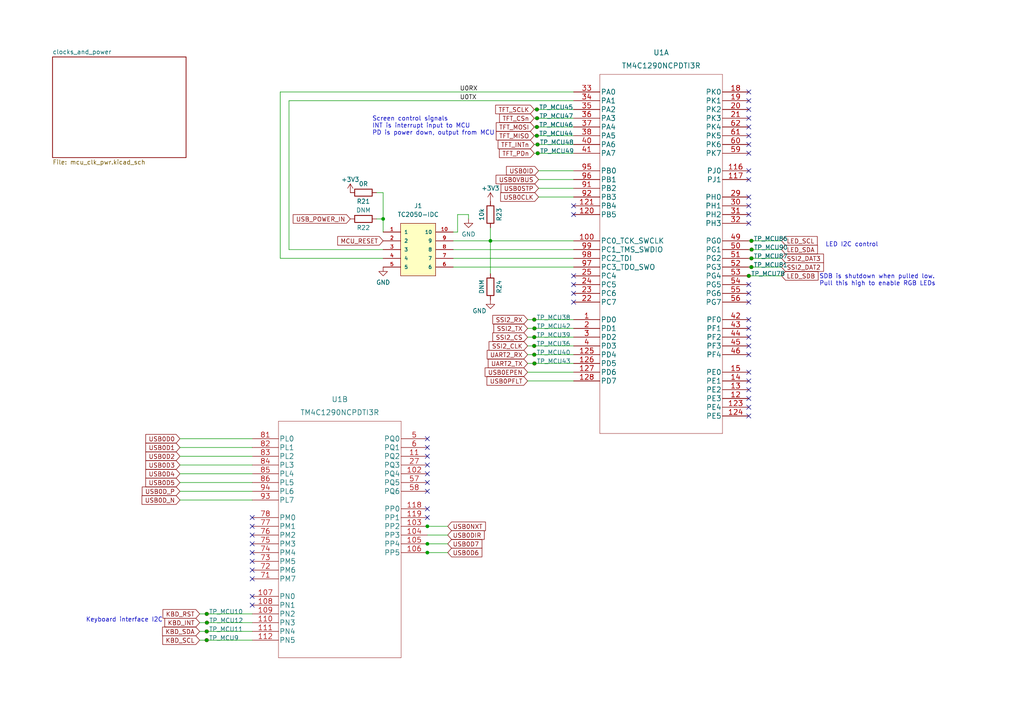
<source format=kicad_sch>
(kicad_sch (version 20211123) (generator eeschema)
  (paper "A4")
  (lib_symbols
    (symbol "Connector:TestPoint_Small" (pin_numbers hide) (pin_names (offset 0.762) hide)
      (property "Reference" "TP" (at 0 3.81 0))
      (property "Value" "TestPoint_Small" (at 0 2.032 0))
      (symbol "TestPoint_Small_0_1"
        (circle (center 0 0) (radius 0.508))
      )
      (symbol "TestPoint_Small_1_1"
        (pin passive line (at 0 0 90) (length 0) (name "1") (number "1"))
      )
    )
    (symbol "Device:R" (pin_numbers hide) (pin_names (offset 0))
      (property "Reference" "R" (at 2.032 0 90))
      (property "Value" "R" (at 0 0 90))
      (symbol "R_0_1"
        (rectangle (start -1.016 -2.54) (end 1.016 2.54) (stroke (width 0.254)))
      )
      (symbol "R_1_1"
        (pin passive line (at 0 3.81 270) (length 1.27) (name "~") (number "1"))
        (pin passive line (at 0 -3.81 90) (length 1.27) (name "~") (number "2"))
      )
    )
    (symbol "TC2050-IDC:TC2050-IDC" (pin_names (offset 1.016))
      (property "Reference" "J" (at -5.08 8.382 0))
      (property "Value" "TC2050-IDC" (at -5.08 -10.16 0))
      (symbol "TC2050-IDC_0_0"
        (rectangle (start -5.08 -7.62) (end 5.08 7.62) (stroke (width 0.1524)) (fill (type background)))
        (pin passive line (at -10.16 5.08 0) (length 5.08) (name "1") (number "1"))
        (pin passive line (at 10.16 5.08 180) (length 5.08) (name "10") (number "10"))
        (pin passive line (at -10.16 2.54 0) (length 5.08) (name "2") (number "2"))
        (pin passive line (at -10.16 0 0) (length 5.08) (name "3") (number "3"))
        (pin passive line (at -10.16 -2.54 0) (length 5.08) (name "4") (number "4"))
        (pin passive line (at -10.16 -5.08 0) (length 5.08) (name "5") (number "5"))
        (pin passive line (at 10.16 -5.08 180) (length 5.08) (name "6") (number "6"))
        (pin passive line (at 10.16 -2.54 180) (length 5.08) (name "7") (number "7"))
        (pin passive line (at 10.16 0 180) (length 5.08) (name "8") (number "8"))
        (pin passive line (at 10.16 2.54 180) (length 5.08) (name "9") (number "9"))
      )
    )
    (symbol "power:+3V3" (power) (pin_names (offset 0))
      (property "Value" "+3V3" (at 0 3.556 0))
      (symbol "+3V3_0_1"
        (polyline (pts (xy -0.762 1.27) (xy 0 2.54)))
        (polyline (pts (xy 0 0) (xy 0 2.54)))
        (polyline (pts (xy 0 2.54) (xy 0.762 1.27)))
      )
      (symbol "+3V3_1_1"
        (pin power_in line (at 0 0 90) (length 0) hide (name "+3V3") (number "1"))
      )
    )
    (symbol "power:GND" (power) (pin_names (offset 0))
      (property "Value" "GND" (at 0 -3.81 0))
      (symbol "GND_0_1"
        (polyline (pts (xy 0 0) (xy 0 -1.27) (xy 1.27 -1.27) (xy 0 -2.54) (xy -1.27 -1.27) (xy 0 -1.27)))
      )
      (symbol "GND_1_1"
        (pin power_in line (at 0 0 270) (length 0) hide (name "GND") (number "1"))
      )
    )
    (symbol "ul_TM4C1290NCPDTI3R:TM4C1290NCPDTI3R" (pin_names (offset 0.254))
      (property "Reference" "U" (at 0 2.54 0))
      (property "Value" "TM4C1290NCPDTI3R" (at 0 0 0))
      (symbol "TM4C1290NCPDTI3R_1_1"
        (polyline (pts (xy -17.78 -50.8) (xy 17.78 -50.8)) (stroke (width 0.1016)))
        (polyline (pts (xy -17.78 53.34) (xy -17.78 -50.8)) (stroke (width 0.1016)))
        (polyline (pts (xy 17.78 -50.8) (xy 17.78 53.34)) (stroke (width 0.1016)))
        (polyline (pts (xy 17.78 53.34) (xy -17.78 53.34)) (stroke (width 0.1016)))
        (pin bidirectional line (at -25.4 -17.78 0) (length 7.62) (name "PD0") (number "1"))
        (pin bidirectional line (at -25.4 5.08 0) (length 7.62) (name "PC0_TCK_SWCLK") (number "100"))
        (pin bidirectional line (at 25.4 25.4 180) (length 7.62) (name "PJ0") (number "116"))
        (pin bidirectional line (at 25.4 22.86 180) (length 7.62) (name "PJ1") (number "117"))
        (pin bidirectional line (at 25.4 -40.64 180) (length 7.62) (name "PE3") (number "12"))
        (pin bidirectional line (at -25.4 12.7 0) (length 7.62) (name "PB5") (number "120"))
        (pin bidirectional line (at -25.4 15.24 0) (length 7.62) (name "PB4") (number "121"))
        (pin bidirectional line (at 25.4 -43.18 180) (length 7.62) (name "PE4") (number "123"))
        (pin bidirectional line (at 25.4 -45.72 180) (length 7.62) (name "PE5") (number "124"))
        (pin bidirectional line (at -25.4 -27.94 0) (length 7.62) (name "PD4") (number "125"))
        (pin bidirectional line (at -25.4 -30.48 0) (length 7.62) (name "PD5") (number "126"))
        (pin bidirectional line (at -25.4 -33.02 0) (length 7.62) (name "PD6") (number "127"))
        (pin bidirectional line (at -25.4 -35.56 0) (length 7.62) (name "PD7") (number "128"))
        (pin bidirectional line (at 25.4 -38.1 180) (length 7.62) (name "PE2") (number "13"))
        (pin bidirectional line (at 25.4 -35.56 180) (length 7.62) (name "PE1") (number "14"))
        (pin bidirectional line (at 25.4 -33.02 180) (length 7.62) (name "PE0") (number "15"))
        (pin bidirectional line (at 25.4 48.26 180) (length 7.62) (name "PK0") (number "18"))
        (pin bidirectional line (at 25.4 45.72 180) (length 7.62) (name "PK1") (number "19"))
        (pin bidirectional line (at -25.4 -20.32 0) (length 7.62) (name "PD1") (number "2"))
        (pin bidirectional line (at 25.4 43.18 180) (length 7.62) (name "PK2") (number "20"))
        (pin bidirectional line (at 25.4 40.64 180) (length 7.62) (name "PK3") (number "21"))
        (pin bidirectional line (at -25.4 -12.7 0) (length 7.62) (name "PC7") (number "22"))
        (pin bidirectional line (at -25.4 -10.16 0) (length 7.62) (name "PC6") (number "23"))
        (pin bidirectional line (at -25.4 -7.62 0) (length 7.62) (name "PC5") (number "24"))
        (pin bidirectional line (at -25.4 -5.08 0) (length 7.62) (name "PC4") (number "25"))
        (pin bidirectional line (at 25.4 17.78 180) (length 7.62) (name "PH0") (number "29"))
        (pin bidirectional line (at -25.4 -22.86 0) (length 7.62) (name "PD2") (number "3"))
        (pin bidirectional line (at 25.4 15.24 180) (length 7.62) (name "PH1") (number "30"))
        (pin bidirectional line (at 25.4 12.7 180) (length 7.62) (name "PH2") (number "31"))
        (pin bidirectional line (at 25.4 10.16 180) (length 7.62) (name "PH3") (number "32"))
        (pin bidirectional line (at -25.4 48.26 0) (length 7.62) (name "PA0") (number "33"))
        (pin bidirectional line (at -25.4 45.72 0) (length 7.62) (name "PA1") (number "34"))
        (pin bidirectional line (at -25.4 43.18 0) (length 7.62) (name "PA2") (number "35"))
        (pin bidirectional line (at -25.4 40.64 0) (length 7.62) (name "PA3") (number "36"))
        (pin bidirectional line (at -25.4 38.1 0) (length 7.62) (name "PA4") (number "37"))
        (pin bidirectional line (at -25.4 35.56 0) (length 7.62) (name "PA5") (number "38"))
        (pin bidirectional line (at -25.4 -25.4 0) (length 7.62) (name "PD3") (number "4"))
        (pin bidirectional line (at -25.4 33.02 0) (length 7.62) (name "PA6") (number "40"))
        (pin bidirectional line (at -25.4 30.48 0) (length 7.62) (name "PA7") (number "41"))
        (pin bidirectional line (at 25.4 -17.78 180) (length 7.62) (name "PF0") (number "42"))
        (pin bidirectional line (at 25.4 -20.32 180) (length 7.62) (name "PF1") (number "43"))
        (pin bidirectional line (at 25.4 -22.86 180) (length 7.62) (name "PF2") (number "44"))
        (pin bidirectional line (at 25.4 -25.4 180) (length 7.62) (name "PF3") (number "45"))
        (pin bidirectional line (at 25.4 -27.94 180) (length 7.62) (name "PF4") (number "46"))
        (pin bidirectional line (at 25.4 5.08 180) (length 7.62) (name "PG0") (number "49"))
        (pin bidirectional line (at 25.4 2.54 180) (length 7.62) (name "PG1") (number "50"))
        (pin bidirectional line (at 25.4 0 180) (length 7.62) (name "PG2") (number "51"))
        (pin bidirectional line (at 25.4 -2.54 180) (length 7.62) (name "PG3") (number "52"))
        (pin bidirectional line (at 25.4 -5.08 180) (length 7.62) (name "PG4") (number "53"))
        (pin bidirectional line (at 25.4 -7.62 180) (length 7.62) (name "PG5") (number "54"))
        (pin bidirectional line (at 25.4 -10.16 180) (length 7.62) (name "PG6") (number "55"))
        (pin bidirectional line (at 25.4 -12.7 180) (length 7.62) (name "PG7") (number "56"))
        (pin bidirectional line (at 25.4 30.48 180) (length 7.62) (name "PK7") (number "59"))
        (pin bidirectional line (at 25.4 33.02 180) (length 7.62) (name "PK6") (number "60"))
        (pin bidirectional line (at 25.4 35.56 180) (length 7.62) (name "PK5") (number "61"))
        (pin bidirectional line (at 25.4 38.1 180) (length 7.62) (name "PK4") (number "62"))
        (pin bidirectional line (at -25.4 20.32 0) (length 7.62) (name "PB2") (number "91"))
        (pin bidirectional line (at -25.4 17.78 0) (length 7.62) (name "PB3") (number "92"))
        (pin bidirectional line (at -25.4 25.4 0) (length 7.62) (name "PB0") (number "95"))
        (pin bidirectional line (at -25.4 22.86 0) (length 7.62) (name "PB1") (number "96"))
        (pin bidirectional line (at -25.4 -2.54 0) (length 7.62) (name "PC3_TDO_SWO") (number "97"))
        (pin bidirectional line (at -25.4 0 0) (length 7.62) (name "PC2_TDI") (number "98"))
        (pin bidirectional line (at -25.4 2.54 0) (length 7.62) (name "PC1_TMS_SWDIO") (number "99"))
      )
      (symbol "TM4C1290NCPDTI3R_2_1"
        (polyline (pts (xy -17.78 -33.02) (xy 17.78 -33.02)) (stroke (width 0.1016)))
        (polyline (pts (xy -17.78 35.56) (xy -17.78 -33.02)) (stroke (width 0.1016)))
        (polyline (pts (xy 17.78 -33.02) (xy 17.78 35.56)) (stroke (width 0.1016)))
        (polyline (pts (xy 17.78 35.56) (xy -17.78 35.56)) (stroke (width 0.1016)))
        (pin bidirectional line (at 25.4 20.32 180) (length 7.62) (name "PQ4") (number "102"))
        (pin bidirectional line (at 25.4 5.08 180) (length 7.62) (name "PP2") (number "103"))
        (pin bidirectional line (at 25.4 2.54 180) (length 7.62) (name "PP3") (number "104"))
        (pin bidirectional line (at 25.4 0 180) (length 7.62) (name "PP4") (number "105"))
        (pin bidirectional line (at 25.4 -2.54 180) (length 7.62) (name "PP5") (number "106"))
        (pin bidirectional line (at -25.4 -15.24 0) (length 7.62) (name "PN0") (number "107"))
        (pin bidirectional line (at -25.4 -17.78 0) (length 7.62) (name "PN1") (number "108"))
        (pin bidirectional line (at -25.4 -20.32 0) (length 7.62) (name "PN2") (number "109"))
        (pin bidirectional line (at 25.4 25.4 180) (length 7.62) (name "PQ2") (number "11"))
        (pin bidirectional line (at -25.4 -22.86 0) (length 7.62) (name "PN3") (number "110"))
        (pin bidirectional line (at -25.4 -25.4 0) (length 7.62) (name "PN4") (number "111"))
        (pin bidirectional line (at -25.4 -27.94 0) (length 7.62) (name "PN5") (number "112"))
        (pin bidirectional line (at 25.4 10.16 180) (length 7.62) (name "PP0") (number "118"))
        (pin bidirectional line (at 25.4 7.62 180) (length 7.62) (name "PP1") (number "119"))
        (pin bidirectional line (at 25.4 22.86 180) (length 7.62) (name "PQ3") (number "27"))
        (pin bidirectional line (at 25.4 30.48 180) (length 7.62) (name "PQ0") (number "5"))
        (pin bidirectional line (at 25.4 17.78 180) (length 7.62) (name "PQ5") (number "57"))
        (pin bidirectional line (at 25.4 15.24 180) (length 7.62) (name "PQ6") (number "58"))
        (pin bidirectional line (at 25.4 27.94 180) (length 7.62) (name "PQ1") (number "6"))
        (pin bidirectional line (at -25.4 -10.16 0) (length 7.62) (name "PM7") (number "71"))
        (pin bidirectional line (at -25.4 -7.62 0) (length 7.62) (name "PM6") (number "72"))
        (pin bidirectional line (at -25.4 -5.08 0) (length 7.62) (name "PM5") (number "73"))
        (pin bidirectional line (at -25.4 -2.54 0) (length 7.62) (name "PM4") (number "74"))
        (pin bidirectional line (at -25.4 0 0) (length 7.62) (name "PM3") (number "75"))
        (pin bidirectional line (at -25.4 2.54 0) (length 7.62) (name "PM2") (number "76"))
        (pin bidirectional line (at -25.4 5.08 0) (length 7.62) (name "PM1") (number "77"))
        (pin bidirectional line (at -25.4 7.62 0) (length 7.62) (name "PM0") (number "78"))
        (pin bidirectional line (at -25.4 30.48 0) (length 7.62) (name "PL0") (number "81"))
        (pin bidirectional line (at -25.4 27.94 0) (length 7.62) (name "PL1") (number "82"))
        (pin bidirectional line (at -25.4 25.4 0) (length 7.62) (name "PL2") (number "83"))
        (pin bidirectional line (at -25.4 22.86 0) (length 7.62) (name "PL3") (number "84"))
        (pin bidirectional line (at -25.4 20.32 0) (length 7.62) (name "PL4") (number "85"))
        (pin bidirectional line (at -25.4 17.78 0) (length 7.62) (name "PL5") (number "86"))
        (pin bidirectional line (at -25.4 12.7 0) (length 7.62) (name "PL7") (number "93"))
        (pin bidirectional line (at -25.4 15.24 0) (length 7.62) (name "PL6") (number "94"))
      )
      (symbol "TM4C1290NCPDTI3R_3_1"
        (polyline (pts (xy -12.7 -15.24) (xy 15.24 -15.24)) (stroke (width 0.1016)))
        (polyline (pts (xy -12.7 15.24) (xy -12.7 -15.24)) (stroke (width 0.1016)))
        (polyline (pts (xy 15.24 -15.24) (xy 15.24 15.24)) (stroke (width 0.1016)))
        (polyline (pts (xy 15.24 15.24) (xy -12.7 15.24)) (stroke (width 0.1016)))
        (pin input line (at -20.32 10.16 0) (length 7.62) (name "WAKE_N") (number "64"))
        (pin output line (at 22.86 10.16 180) (length 7.62) (name "HIB_N") (number "65"))
        (pin input line (at 22.86 5.08 180) (length 7.62) (name "XOSC0") (number "66"))
        (pin output line (at 22.86 0 180) (length 7.62) (name "XOSC1") (number "67"))
        (pin input line (at -20.32 5.08 0) (length 7.62) (name "RST_N") (number "70"))
        (pin input line (at 22.86 -5.08 180) (length 7.62) (name "OSC0") (number "88"))
        (pin output line (at 22.86 -10.16 180) (length 7.62) (name "OSC1") (number "89"))
      )
      (symbol "TM4C1290NCPDTI3R_4_1"
        (polyline (pts (xy -15.24 -30.48) (xy 15.24 -30.48)) (stroke (width 0.1016)))
        (polyline (pts (xy -15.24 33.02) (xy -15.24 -30.48)) (stroke (width 0.1016)))
        (polyline (pts (xy 15.24 -30.48) (xy 15.24 33.02)) (stroke (width 0.1016)))
        (polyline (pts (xy 15.24 33.02) (xy -15.24 33.02)) (stroke (width 0.1016)))
        (pin power_in line (at 22.86 -25.4 180) (length 7.62) (name "GNDA") (number "10"))
        (pin power_in line (at -22.86 2.54 0) (length 7.62) (name "VDD") (number "101"))
        (pin power_in line (at -22.86 0 0) (length 7.62) (name "VDD") (number "113"))
        (pin power_in line (at 22.86 -20.32 180) (length 7.62) (name "GND") (number "114"))
        (pin power_in line (at -22.86 -15.24 0) (length 7.62) (name "VDDC") (number "115"))
        (pin power_in line (at -22.86 -2.54 0) (length 7.62) (name "VDD") (number "122"))
        (pin power_in line (at -22.86 25.4 0) (length 7.62) (name "VDD") (number "16"))
        (pin power_in line (at 22.86 -12.7 180) (length 7.62) (name "GND") (number "17"))
        (pin power_in line (at -22.86 22.86 0) (length 7.62) (name "VDD") (number "26"))
        (pin power_in line (at -22.86 20.32 0) (length 7.62) (name "VDD") (number "28"))
        (pin power_in line (at -22.86 17.78 0) (length 7.62) (name "VDD") (number "39"))
        (pin power_in line (at -22.86 15.24 0) (length 7.62) (name "VDD") (number "47"))
        (pin power_in line (at 22.86 -15.24 180) (length 7.62) (name "GND") (number "48"))
        (pin power_in line (at -22.86 12.7 0) (length 7.62) (name "VDD") (number "63"))
        (pin power_in line (at -22.86 -25.4 0) (length 7.62) (name "VBAT") (number "68"))
        (pin power_in line (at -22.86 10.16 0) (length 7.62) (name "VDD") (number "69"))
        (pin power_in line (at -22.86 27.94 0) (length 7.62) (name "VDD") (number "7"))
        (pin power_in line (at -22.86 7.62 0) (length 7.62) (name "VDD") (number "79"))
        (pin power_in line (at -22.86 -7.62 0) (length 7.62) (name "VDDA") (number "8"))
        (pin power_in line (at 22.86 -17.78 180) (length 7.62) (name "GND") (number "80"))
        (pin power_in line (at -22.86 -12.7 0) (length 7.62) (name "VDDC") (number "87"))
        (pin power_in line (at -22.86 -20.32 0) (length 7.62) (name "VREFA+") (number "9"))
        (pin power_in line (at -22.86 5.08 0) (length 7.62) (name "VDD") (number "90"))
      )
    )
  )
  (junction (at 60.0098 180.594))
  (junction (at 155.0058 105.41))
  (junction (at 154.9559 102.87))
  (junction (at 154.94 100.33))
  (junction (at 155.7678 34.29))
  (junction (at 217.9978 72.39))
  (junction (at 155.702 39.37))
  (junction (at 217.932 77.47))
  (junction (at 123.952 157.734))
  (junction (at 59.9599 183.134))
  (junction (at 154.9559 97.79))
  (junction (at 217.1859 80.01))
  (junction (at 123.952 160.274))
  (junction (at 154.9559 92.71))
  (junction (at 59.9599 178.054))
  (junction (at 155.956 44.45))
  (junction (at 142.24 69.85))
  (junction (at 59.944 185.674))
  (junction (at 155.0058 95.25))
  (junction (at 111.125 63.5))
  (junction (at 217.9479 74.93))
  (junction (at 217.9479 69.85))
  (junction (at 155.9061 41.91))
  (junction (at 123.952 152.654))
  (junction (at 155.7179 31.75))
  (junction (at 155.7179 36.83))
  (no_connect (at 166.37 82.55))
  (no_connect (at 166.37 80.01))
  (no_connect (at 166.37 62.23))
  (no_connect (at 166.37 59.69))
  (no_connect (at 217.17 26.67))
  (no_connect (at 217.17 29.21))
  (no_connect (at 217.17 31.75))
  (no_connect (at 217.17 34.29))
  (no_connect (at 217.17 36.83))
  (no_connect (at 217.17 39.37))
  (no_connect (at 217.17 41.91))
  (no_connect (at 217.17 44.45))
  (no_connect (at 217.17 49.53))
  (no_connect (at 217.17 52.07))
  (no_connect (at 217.17 57.15))
  (no_connect (at 217.17 59.69))
  (no_connect (at 217.17 62.23))
  (no_connect (at 217.17 64.77))
  (no_connect (at 217.17 82.55))
  (no_connect (at 217.17 85.09))
  (no_connect (at 217.17 87.63))
  (no_connect (at 217.17 92.71))
  (no_connect (at 217.17 95.25))
  (no_connect (at 217.17 97.79))
  (no_connect (at 217.17 100.33))
  (no_connect (at 217.17 102.87))
  (no_connect (at 217.17 107.95))
  (no_connect (at 217.17 110.49))
  (no_connect (at 217.17 113.03))
  (no_connect (at 217.17 115.57))
  (no_connect (at 217.17 118.11))
  (no_connect (at 217.17 120.65))
  (no_connect (at 123.952 150.114))
  (no_connect (at 73.152 160.274))
  (no_connect (at 73.152 167.894))
  (no_connect (at 73.152 172.974))
  (no_connect (at 73.152 175.514))
  (no_connect (at 73.152 162.814))
  (no_connect (at 73.152 165.354))
  (no_connect (at 123.952 147.574))
  (no_connect (at 123.952 142.494))
  (no_connect (at 123.952 139.954))
  (no_connect (at 123.952 137.414))
  (no_connect (at 123.952 134.874))
  (no_connect (at 123.952 132.334))
  (no_connect (at 123.952 129.794))
  (no_connect (at 123.952 127.254))
  (no_connect (at 166.37 87.63))
  (no_connect (at 166.37 85.09))
  (no_connect (at 73.152 157.734))
  (no_connect (at 73.152 150.114))
  (no_connect (at 73.152 152.654))
  (no_connect (at 73.152 155.194))
  (wire (pts (xy 52.197 132.334) (xy 73.152 132.334)))
  (wire (pts (xy 155.7179 36.83) (xy 166.37 36.83)))
  (wire (pts (xy 154.94 34.29) (xy 155.7678 34.29)))
  (wire (pts (xy 81.28 26.67) (xy 81.28 74.93)))
  (wire (pts (xy 123.8862 160.274) (xy 123.952 160.274)))
  (wire (pts (xy 153.035 97.79) (xy 154.9559 97.79)))
  (wire (pts (xy 155.702 39.37) (xy 166.37 39.37)))
  (wire (pts (xy 156.21 52.07) (xy 166.37 52.07)))
  (wire (pts (xy 131.445 67.31) (xy 132.715 67.31)))
  (wire (pts (xy 155.956 44.45) (xy 166.37 44.45)))
  (wire (pts (xy 57.912 183.134) (xy 59.9599 183.134)))
  (wire (pts (xy 131.445 77.47) (xy 166.37 77.47)))
  (wire (pts (xy 57.912 185.674) (xy 59.944 185.674)))
  (wire (pts (xy 59.944 185.674) (xy 73.152 185.674)))
  (wire (pts (xy 154.9559 97.79) (xy 166.37 97.79)))
  (wire (pts (xy 154.94 36.83) (xy 155.7179 36.83)))
  (wire (pts (xy 52.197 134.874) (xy 73.152 134.874)))
  (wire (pts (xy 153.035 95.25) (xy 155.0058 95.25)))
  (wire (pts (xy 111.125 72.39) (xy 83.82 72.39)))
  (wire (pts (xy 155.7678 34.29) (xy 166.37 34.29)))
  (wire (pts (xy 217.1859 80.01) (xy 217.17 80.01)))
  (wire (pts (xy 83.82 29.21) (xy 166.37 29.21)))
  (wire (pts (xy 155.0058 105.41) (xy 166.37 105.41)))
  (wire (pts (xy 123.952 160.274) (xy 129.8552 160.274)))
  (wire (pts (xy 155.9061 41.91) (xy 166.37 41.91)))
  (wire (pts (xy 153.035 107.95) (xy 166.37 107.95)))
  (wire (pts (xy 59.9599 183.134) (xy 73.152 183.134)))
  (wire (pts (xy 109.22 63.5) (xy 111.125 63.5)))
  (wire (pts (xy 217.932 77.47) (xy 217.17 77.47)))
  (wire (pts (xy 135.89 62.23) (xy 135.89 63.5)))
  (wire (pts (xy 142.24 69.85) (xy 142.24 79.375)))
  (wire (pts (xy 217.9479 69.85) (xy 217.17 69.85)))
  (wire (pts (xy 123.952 155.194) (xy 129.8552 155.194)))
  (wire (pts (xy 226.695 80.01) (xy 217.1859 80.01)))
  (wire (pts (xy 123.9021 157.734) (xy 123.952 157.734)))
  (wire (pts (xy 156.21 54.61) (xy 166.37 54.61)))
  (wire (pts (xy 52.197 127.254) (xy 73.152 127.254)))
  (wire (pts (xy 154.94 44.45) (xy 155.956 44.45)))
  (wire (pts (xy 226.695 77.47) (xy 217.932 77.47)))
  (wire (pts (xy 155.0058 95.25) (xy 166.37 95.25)))
  (wire (pts (xy 132.715 62.23) (xy 135.89 62.23)))
  (wire (pts (xy 153.035 102.87) (xy 154.9559 102.87)))
  (wire (pts (xy 156.21 49.53) (xy 166.37 49.53)))
  (wire (pts (xy 142.24 66.04) (xy 142.24 69.85)))
  (wire (pts (xy 226.695 74.93) (xy 217.9479 74.93)))
  (wire (pts (xy 153.035 110.49) (xy 166.37 110.49)))
  (wire (pts (xy 154.94 39.37) (xy 155.702 39.37)))
  (wire (pts (xy 57.912 178.054) (xy 59.9599 178.054)))
  (wire (pts (xy 155.7179 31.75) (xy 166.37 31.75)))
  (wire (pts (xy 154.9559 92.71) (xy 166.37 92.71)))
  (wire (pts (xy 57.912 180.594) (xy 60.0098 180.594)))
  (wire (pts (xy 154.94 31.75) (xy 155.7179 31.75)))
  (wire (pts (xy 59.9599 178.054) (xy 73.152 178.054)))
  (wire (pts (xy 111.125 67.31) (xy 111.125 63.5)))
  (wire (pts (xy 132.715 67.31) (xy 132.715 62.23)))
  (wire (pts (xy 81.28 26.67) (xy 166.37 26.67)))
  (wire (pts (xy 156.21 57.15) (xy 166.37 57.15)))
  (wire (pts (xy 153.035 92.71) (xy 154.9559 92.71)))
  (wire (pts (xy 111.125 63.5) (xy 111.125 55.88)))
  (wire (pts (xy 217.9978 72.39) (xy 217.17 72.39)))
  (wire (pts (xy 52.197 142.494) (xy 73.152 142.494)))
  (wire (pts (xy 153.035 105.41) (xy 155.0058 105.41)))
  (wire (pts (xy 153.035 100.33) (xy 154.94 100.33)))
  (wire (pts (xy 131.445 72.39) (xy 166.37 72.39)))
  (wire (pts (xy 154.9559 102.87) (xy 166.37 102.87)))
  (wire (pts (xy 83.82 72.39) (xy 83.82 29.21)))
  (wire (pts (xy 111.125 55.88) (xy 109.22 55.88)))
  (wire (pts (xy 52.197 129.794) (xy 73.152 129.794)))
  (wire (pts (xy 123.952 152.654) (xy 129.8552 152.654)))
  (wire (pts (xy 52.197 137.414) (xy 73.152 137.414)))
  (wire (pts (xy 131.445 69.85) (xy 142.24 69.85)))
  (wire (pts (xy 226.695 72.39) (xy 217.9978 72.39)))
  (wire (pts (xy 81.28 74.93) (xy 111.125 74.93)))
  (wire (pts (xy 52.197 145.034) (xy 73.152 145.034)))
  (wire (pts (xy 217.9479 74.93) (xy 217.17 74.93)))
  (wire (pts (xy 142.24 69.85) (xy 166.37 69.85)))
  (wire (pts (xy 52.197 139.954) (xy 73.152 139.954)))
  (wire (pts (xy 123.9021 152.654) (xy 123.952 152.654)))
  (wire (pts (xy 131.445 74.93) (xy 166.37 74.93)))
  (wire (pts (xy 123.952 157.734) (xy 129.8552 157.734)))
  (wire (pts (xy 60.0098 180.594) (xy 73.152 180.594)))
  (wire (pts (xy 154.94 41.91) (xy 155.9061 41.91)))
  (wire (pts (xy 154.94 100.33) (xy 166.37 100.33)))
  (wire (pts (xy 226.695 69.85) (xy 217.9479 69.85)))
  (text "Screen control signals\nINT is interrupt input to MCU\nPD is power down, output from MCU" (at 107.95 39.37 0) (effects (font (size 1.27 1.27)) (justify left bottom)))
  (text "SDB is shutdown when pulled low. \nPull this high to enable RGB LEDs" (at 237.617 83.058 0) (effects (font (size 1.27 1.27)) (justify left bottom)))
  (text "LED I2C control" (at 239.395 71.755 0) (effects (font (size 1.27 1.27)) (justify left bottom)))
  (text "Keyboard interface I2C" (at 24.892 180.594 0) (effects (font (size 1.27 1.27)) (justify left bottom)))
  (label "U0TX" (at 133.35 29.21 0))
  (label "U0RX" (at 133.35 26.67 0))
  (global_label "SSI2_TX" (shape input) (at 153.035 95.25 180) (property "Intersheet References" "${INTERSHEET_REFS}" (effects hide)))
  (global_label "USB0D5" (shape input) (at 52.197 139.954 180) (property "Intersheet References" "${INTERSHEET_REFS}" (effects hide)))
  (global_label "TFT_SCLK" (shape input) (at 154.94 31.75 180) (property "Intersheet References" "${INTERSHEET_REFS}" (effects hide)))
  (global_label "SSI2_CS" (shape input) (at 153.035 97.79 180) (property "Intersheet References" "${INTERSHEET_REFS}" (effects hide)))
  (global_label "USB0D7" (shape input) (at 129.8552 157.734 0) (property "Intersheet References" "${INTERSHEET_REFS}" (effects hide)))
  (global_label "LED_SDA" (shape input) (at 226.695 72.39 0) (property "Intersheet References" "${INTERSHEET_REFS}" (effects hide)))
  (global_label "TFT_MISO" (shape input) (at 154.94 39.37 180) (property "Intersheet References" "${INTERSHEET_REFS}" (effects hide)))
  (global_label "USB_POWER_IN" (shape input) (at 101.6 63.5 180) (property "Intersheet References" "${INTERSHEET_REFS}" (effects hide)))
  (global_label "KBD_RST" (shape input) (at 57.912 178.054 180) (property "Intersheet References" "${INTERSHEET_REFS}" (effects hide)))
  (global_label "TFT_INTn" (shape input) (at 154.94 41.91 180) (property "Intersheet References" "${INTERSHEET_REFS}" (effects hide)))
  (global_label "UART2_TX" (shape input) (at 153.035 105.41 180) (property "Intersheet References" "${INTERSHEET_REFS}" (effects hide)))
  (global_label "USB0ID" (shape input) (at 156.21 49.53 180) (property "Intersheet References" "${INTERSHEET_REFS}" (effects hide)))
  (global_label "KBD_SDA" (shape input) (at 57.912 183.134 180) (property "Intersheet References" "${INTERSHEET_REFS}" (effects hide)))
  (global_label "MCU_RESET" (shape input) (at 111.125 69.85 180) (property "Intersheet References" "${INTERSHEET_REFS}" (effects hide)))
  (global_label "USB0PFLT" (shape input) (at 153.035 110.49 180) (property "Intersheet References" "${INTERSHEET_REFS}" (effects hide)))
  (global_label "USB0D4" (shape input) (at 52.197 137.414 180) (property "Intersheet References" "${INTERSHEET_REFS}" (effects hide)))
  (global_label "USB0EPEN" (shape input) (at 153.035 107.95 180) (property "Intersheet References" "${INTERSHEET_REFS}" (effects hide)))
  (global_label "USB0D3" (shape input) (at 52.197 134.874 180) (property "Intersheet References" "${INTERSHEET_REFS}" (effects hide)))
  (global_label "TFT_PDn" (shape input) (at 154.94 44.45 180) (property "Intersheet References" "${INTERSHEET_REFS}" (effects hide)))
  (global_label "LED_SCL" (shape input) (at 226.695 69.85 0) (property "Intersheet References" "${INTERSHEET_REFS}" (effects hide)))
  (global_label "KBD_SCL" (shape input) (at 57.912 185.674 180) (property "Intersheet References" "${INTERSHEET_REFS}" (effects hide)))
  (global_label "SSI2_RX" (shape input) (at 153.035 92.71 180) (property "Intersheet References" "${INTERSHEET_REFS}" (effects hide)))
  (global_label "USB0D_N" (shape input) (at 52.197 145.034 180) (property "Intersheet References" "${INTERSHEET_REFS}" (effects hide)))
  (global_label "USB0DIR" (shape input) (at 129.8552 155.194 0) (property "Intersheet References" "${INTERSHEET_REFS}" (effects hide)))
  (global_label "USB0VBUS" (shape input) (at 156.21 52.07 180) (property "Intersheet References" "${INTERSHEET_REFS}" (effects hide)))
  (global_label "UART2_RX" (shape input) (at 153.035 102.87 180) (property "Intersheet References" "${INTERSHEET_REFS}" (effects hide)))
  (global_label "USB0STP" (shape input) (at 156.21 54.61 180) (property "Intersheet References" "${INTERSHEET_REFS}" (effects hide)))
  (global_label "USB0D1" (shape input) (at 52.197 129.794 180) (property "Intersheet References" "${INTERSHEET_REFS}" (effects hide)))
  (global_label "SSI2_DAT3" (shape input) (at 226.695 74.93 0) (property "Intersheet References" "${INTERSHEET_REFS}" (effects hide)))
  (global_label "SSI2_CLK" (shape input) (at 153.035 100.33 180) (property "Intersheet References" "${INTERSHEET_REFS}" (effects hide)))
  (global_label "USB0D6" (shape input) (at 129.8552 160.274 0) (property "Intersheet References" "${INTERSHEET_REFS}" (effects hide)))
  (global_label "USB0D2" (shape input) (at 52.197 132.334 180) (property "Intersheet References" "${INTERSHEET_REFS}" (effects hide)))
  (global_label "SSI2_DAT2" (shape input) (at 226.695 77.47 0) (property "Intersheet References" "${INTERSHEET_REFS}" (effects hide)))
  (global_label "USB0NXT" (shape input) (at 129.8552 152.654 0) (property "Intersheet References" "${INTERSHEET_REFS}" (effects hide)))
  (global_label "KBD_INT" (shape input) (at 57.912 180.594 180) (property "Intersheet References" "${INTERSHEET_REFS}" (effects hide)))
  (global_label "USB0D_P" (shape input) (at 52.197 142.494 180) (property "Intersheet References" "${INTERSHEET_REFS}" (effects hide)))
  (global_label "TFT_MOSI" (shape input) (at 154.94 36.83 180) (property "Intersheet References" "${INTERSHEET_REFS}" (effects hide)))
  (global_label "LED_SDB" (shape input) (at 226.695 80.01 0) (property "Intersheet References" "${INTERSHEET_REFS}" (effects hide)))
  (global_label "USB0D0" (shape input) (at 52.197 127.254 180) (property "Intersheet References" "${INTERSHEET_REFS}" (effects hide)))
  (global_label "USB0CLK" (shape input) (at 156.21 57.15 180) (property "Intersheet References" "${INTERSHEET_REFS}" (effects hide)))
  (global_label "TFT_CSn" (shape input) (at 154.94 34.29 180) (property "Intersheet References" "${INTERSHEET_REFS}" (effects hide)))
  (symbol (lib_id "Device:R") (at 105.41 63.5 270) (unit 1)
    (property "Reference" "R22" (at 105.41 66.04 90))
    (property "Value" "DNM" (at 105.41 60.96 90))
    (property "Footprint" "Resistor_SMD:R_0402_1005Metric" (effects hide))
    (property "LCSC part number" "C269701" (effects hide))
    (property "LCSC" "C269701" (effects hide))
  )
  (symbol (lib_id "power:+3V3") (at 142.24 58.42 0) (unit 1)
    (property "Reference" "#PWR0119" (effects hide))
    (property "Value" "+3V3" (at 142.24 54.61 0))
  )
  (symbol (lib_id "Connector:TestPoint_Small") (at 155.9061 41.91 0) (unit 1)
    (property "Reference" "TP_MCU48" (at 156.5411 41.275 0) (effects (justify left)))
    (property "Value" "TestPoint_Small" (effects hide))
    (property "Footprint" "TestPoint:TestPoint_Pad_D1.0mm" (effects hide))
  )
  (symbol (lib_id "power:GND") (at 111.125 77.47 0) (unit 1)
    (property "Reference" "#PWR0116" (effects hide))
    (property "Value" "GND" (at 111.125 81.915 0))
  )
  (symbol (lib_id "Connector:TestPoint_Small") (at 155.956 44.45 0) (unit 1)
    (property "Reference" "TP_MCU49" (at 156.591 43.815 0) (effects (justify left)))
    (property "Value" "TestPoint_Small" (effects hide))
    (property "Footprint" "TestPoint:TestPoint_Pad_D1.0mm" (effects hide))
  )
  (symbol (lib_id "Connector:TestPoint_Small") (at 155.0058 105.41 0) (unit 1)
    (property "Reference" "TP_MCU43" (at 155.6408 104.775 0) (effects (justify left)))
    (property "Value" "TestPoint_Small" (effects hide))
    (property "Footprint" "TestPoint:TestPoint_Pad_D1.0mm" (effects hide))
  )
  (symbol (lib_id "Connector:TestPoint_Small") (at 154.9559 102.87 0) (unit 1)
    (property "Reference" "TP_MCU40" (at 155.5909 102.235 0) (effects (justify left)))
    (property "Value" "TestPoint_Small" (effects hide))
    (property "Footprint" "TestPoint:TestPoint_Pad_D1.0mm" (effects hide))
  )
  (symbol (lib_id "power:GND") (at 142.24 86.995 0) (unit 1)
    (property "Reference" "#PWR0115" (effects hide))
    (property "Value" "GND" (at 139.065 90.17 0))
  )
  (symbol (lib_id "Connector:TestPoint_Small") (at 154.9559 92.71 0) (unit 1)
    (property "Reference" "TP_MCU38" (at 155.5909 92.075 0) (effects (justify left)))
    (property "Value" "TestPoint_Small" (effects hide))
    (property "Footprint" "TestPoint:TestPoint_Pad_D1.0mm" (effects hide))
  )
  (symbol (lib_id "Connector:TestPoint_Small") (at 217.9978 72.39 0) (unit 1)
    (property "Reference" "TP_MCU90" (at 218.6328 71.755 0) (effects (justify left)))
    (property "Value" "TestPoint_Small" (effects hide))
    (property "Footprint" "TestPoint:TestPoint_Pad_D1.0mm" (effects hide))
  )
  (symbol (lib_id "Connector:TestPoint_Small") (at 155.702 39.37 0) (unit 1)
    (property "Reference" "TP_MCU44" (at 156.337 38.735 0) (effects (justify left)))
    (property "Value" "TestPoint_Small" (effects hide))
    (property "Footprint" "TestPoint:TestPoint_Pad_D1.0mm" (effects hide))
  )
  (symbol (lib_id "Connector:TestPoint_Small") (at 217.9479 74.93 0) (unit 1)
    (property "Reference" "TP_MCU87" (at 218.5829 74.295 0) (effects (justify left)))
    (property "Value" "TestPoint_Small" (effects hide))
    (property "Footprint" "TestPoint:TestPoint_Pad_D1.0mm" (effects hide))
  )
  (symbol (lib_id "Connector:TestPoint_Small") (at 155.7179 31.75 0) (unit 1)
    (property "Reference" "TP_MCU45" (at 156.3529 31.115 0) (effects (justify left)))
    (property "Value" "TestPoint_Small" (effects hide))
    (property "Footprint" "TestPoint:TestPoint_Pad_D1.0mm" (effects hide))
  )
  (symbol (lib_id "Connector:TestPoint_Small") (at 217.932 77.47 0) (unit 1)
    (property "Reference" "TP_MCU81" (at 218.567 76.835 0) (effects (justify left)))
    (property "Value" "TestPoint_Small" (effects hide))
    (property "Footprint" "TestPoint:TestPoint_Pad_D1.0mm" (effects hide))
  )
  (symbol (lib_id "Connector:TestPoint_Small") (at 60.0098 180.594 0) (unit 1)
    (property "Reference" "TP_MCU12" (at 60.6448 179.959 0) (effects (justify left)))
    (property "Value" "TestPoint_Small" (effects hide))
    (property "Footprint" "TestPoint:TestPoint_Pad_D1.0mm" (effects hide))
  )
  (symbol (lib_id "ul_TM4C1290NCPDTI3R:TM4C1290NCPDTI3R") (at 191.77 74.93 0) (unit 1)
    (property "Reference" "U1" (at 191.77 15.24 0) (effects (font (size 1.524 1.524))))
    (property "Value" "TM4C1290NCPDTI3R" (at 191.77 19.05 0) (effects (font (size 1.524 1.524))))
    (property "Footprint" "SamacSys_Parts:QFP40P1600X1600X120-128N" (effects hide))
  )
  (symbol (lib_id "power:GND") (at 135.89 63.5 0) (unit 1)
    (property "Reference" "#PWR0118" (effects hide))
    (property "Value" "GND" (at 135.89 67.945 0))
  )
  (symbol (lib_id "Device:R") (at 105.41 55.88 270) (unit 1)
    (property "Reference" "R21" (at 105.41 58.42 90))
    (property "Value" "0R" (at 105.41 53.34 90))
    (property "Footprint" "Resistor_SMD:R_0402_1005Metric" (effects hide))
    (property "LCSC part number" "C269701" (effects hide))
    (property "LCSC" "C269701" (effects hide))
  )
  (symbol (lib_id "Device:R") (at 142.24 83.185 0) (unit 1)
    (property "Reference" "R24" (at 144.78 83.185 90))
    (property "Value" "DNM" (at 139.7 83.185 90))
    (property "Footprint" "Resistor_SMD:R_0402_1005Metric" (effects hide))
  )
  (symbol (lib_id "TC2050-IDC:TC2050-IDC") (at 121.285 72.39 0) (unit 1)
    (property "Reference" "J1" (at 121.285 59.69 0))
    (property "Value" "TC2050-IDC" (at 121.285 62.23 0))
    (property "Footprint" "TC2050-IDC:TAG-CONNECT_TC2050-IDC" (effects hide))
    (property "PARTREV" "A" (effects hide))
    (property "STANDARD" "Manufacturer Recommendations" (effects hide))
    (property "MF" "Tag Connect" (effects hide))
  )
  (symbol (lib_id "Connector:TestPoint_Small") (at 154.94 100.33 0) (unit 1)
    (property "Reference" "TP_MCU36" (at 155.575 99.695 0) (effects (justify left)))
    (property "Value" "TestPoint_Small" (effects hide))
    (property "Footprint" "TestPoint:TestPoint_Pad_D1.0mm" (effects hide))
  )
  (symbol (lib_id "Connector:TestPoint_Small") (at 155.7678 34.29 0) (unit 1)
    (property "Reference" "TP_MCU47" (at 156.4028 33.655 0) (effects (justify left)))
    (property "Value" "TestPoint_Small" (effects hide))
    (property "Footprint" "TestPoint:TestPoint_Pad_D1.0mm" (effects hide))
  )
  (symbol (lib_id "power:+3V3") (at 101.6 55.88 0) (unit 1)
    (property "Reference" "#PWR0117" (effects hide))
    (property "Value" "+3V3" (at 101.6 52.07 0))
  )
  (symbol (lib_id "Connector:TestPoint_Small") (at 154.9559 97.79 0) (unit 1)
    (property "Reference" "TP_MCU39" (at 155.5909 97.155 0) (effects (justify left)))
    (property "Value" "TestPoint_Small" (effects hide))
    (property "Footprint" "TestPoint:TestPoint_Pad_D1.0mm" (effects hide))
  )
  (symbol (lib_id "ul_TM4C1290NCPDTI3R:TM4C1290NCPDTI3R") (at 98.552 157.734 0) (unit 2)
    (property "Reference" "U1" (at 98.552 115.824 0) (effects (font (size 1.524 1.524))))
    (property "Value" "TM4C1290NCPDTI3R" (at 98.552 119.634 0) (effects (font (size 1.524 1.524))))
    (property "Footprint" "SamacSys_Parts:QFP40P1600X1600X120-128N" (effects hide))
  )
  (symbol (lib_id "Connector:TestPoint_Small") (at 155.7179 36.83 0) (unit 1)
    (property "Reference" "TP_MCU46" (at 156.3529 36.195 0) (effects (justify left)))
    (property "Value" "TestPoint_Small" (effects hide))
    (property "Footprint" "TestPoint:TestPoint_Pad_D1.0mm" (effects hide))
  )
  (symbol (lib_id "Connector:TestPoint_Small") (at 155.0058 95.25 0) (unit 1)
    (property "Reference" "TP_MCU42" (at 155.6408 94.615 0) (effects (justify left)))
    (property "Value" "TestPoint_Small" (effects hide))
    (property "Footprint" "TestPoint:TestPoint_Pad_D1.0mm" (effects hide))
  )
  (symbol (lib_id "Connector:TestPoint_Small") (at 217.1859 80.01 0) (unit 1)
    (property "Reference" "TP_MCU78" (at 217.8209 79.375 0) (effects (justify left)))
    (property "Value" "TestPoint_Small" (effects hide))
    (property "Footprint" "TestPoint:TestPoint_Pad_D1.0mm" (effects hide))
  )
  (symbol (lib_id "Connector:TestPoint_Small") (at 59.9599 183.134 0) (unit 1)
    (property "Reference" "TP_MCU11" (at 60.5949 182.499 0) (effects (justify left)))
    (property "Value" "TestPoint_Small" (effects hide))
    (property "Footprint" "TestPoint:TestPoint_Pad_D1.0mm" (effects hide))
  )
  (symbol (lib_id "Connector:TestPoint_Small") (at 217.9479 69.85 0) (unit 1)
    (property "Reference" "TP_MCU86" (at 218.5829 69.215 0) (effects (justify left)))
    (property "Value" "TestPoint_Small" (effects hide))
    (property "Footprint" "TestPoint:TestPoint_Pad_D1.0mm" (effects hide))
  )
  (symbol (lib_id "Device:R") (at 142.24 62.23 0) (unit 1)
    (property "Reference" "R23" (at 144.78 62.23 90))
    (property "Value" "10k" (at 139.7 62.23 90))
    (property "Footprint" "Resistor_SMD:R_0402_1005Metric" (effects hide))
  )
  (symbol (lib_id "Connector:TestPoint_Small") (at 59.9599 178.054 0) (unit 1)
    (property "Reference" "TP_MCU10" (at 60.5949 177.419 0) (effects (justify left)))
    (property "Value" "TestPoint_Small" (effects hide))
    (property "Footprint" "TestPoint:TestPoint_Pad_D1.0mm" (effects hide))
  )
  (symbol (lib_id "Connector:TestPoint_Small") (at 59.944 185.674 0) (unit 1)
    (property "Reference" "TP_MCU9" (at 60.579 185.039 0) (effects (justify left)))
    (property "Value" "TestPoint_Small" (effects hide))
    (property "Footprint" "TestPoint:TestPoint_Pad_D1.0mm" (effects hide))
  )
  (sheet (at 15.24 16.51) (size 38.735 29.21) (stroke (width 0.1524))
    (property "Sheet name" "clocks_and_power" (at 15.24 15.7984 0) (effects (justify left bottom)))
    (property "Sheet file" "mcu_clk_pwr.kicad_sch" (at 15.24 46.3046 0) (effects (justify left top)))
  )
)
</source>
